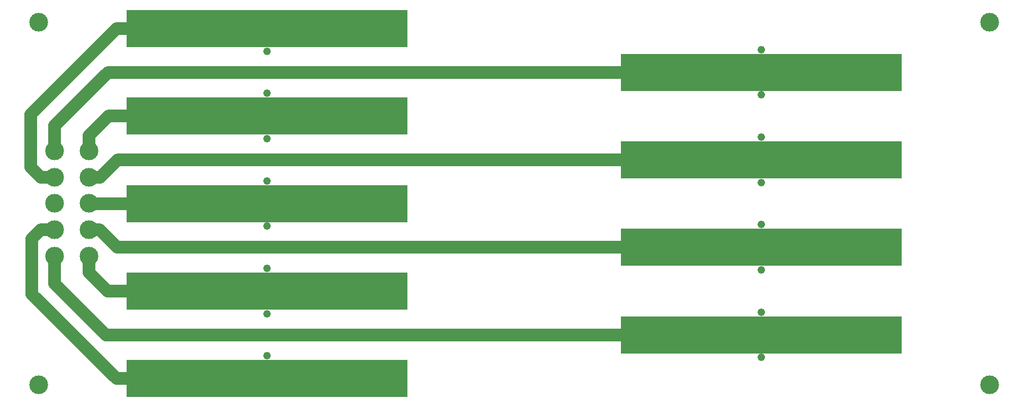
<source format=gbr>
G04 Created by GerbView by Software Companions*
%FSLAX24Y24*%
%MOIN*%
%ADD10C,0.0010*%
%ADD11C,0.1181*%
%ADD12R,1.7716X0.2362*%
%ADD13C,0.0787*%
%ADD14C,0.0709*%
%ADD15C,0.1180*%
%ADD16C,0.0490*%
%LNEXPORT*%
D02*
D10*
D11*
X2107Y8906D03*
D10*
D11*
X4273Y8906D03*
D10*
D11*
X4273Y10560D03*
D10*
D11*
X2107Y10560D03*
D10*
D11*
X4273Y12213D03*
D10*
D11*
X2107Y12213D03*
D10*
D11*
X4273Y13867D03*
D10*
D11*
X2107Y13867D03*
D10*
D11*
X4273Y15521D03*
D10*
D11*
X2107Y15521D03*
D10*
D12*
X15455Y6694D03*
D10*
D12*
X15455Y1183D03*
D10*
D12*
X15455Y12206D03*
D10*
D12*
X15455Y17718D03*
D10*
D12*
X15455Y23230D03*
D10*
D12*
X46558Y9450D03*
D10*
D12*
X46558Y3938D03*
D10*
D12*
X46558Y14962D03*
D10*
D12*
X46558Y20474D03*
D10*
D13*
X4273Y13867D02*
X4971Y13867D01*
X4971Y13867D02*
X6066Y14962D01*
X6066Y14962D02*
X39668Y14962D01*
X4273Y10560D02*
X4930Y10560D01*
X4930Y10560D02*
X6040Y9450D01*
X6040Y9450D02*
X39668Y9450D01*
X8566Y6694D02*
X5430Y6694D01*
X5430Y6694D02*
X4273Y7852D01*
X4273Y7852D02*
X4273Y8906D01*
X4273Y15521D02*
X4273Y16486D01*
X4273Y16486D02*
X5504Y17718D01*
X5504Y17718D02*
X8566Y17718D01*
X2107Y8906D02*
X2107Y7163D01*
X2107Y7163D02*
X5332Y3938D01*
X5332Y3938D02*
X17409Y3938D01*
X8566Y1183D02*
X5990Y1183D01*
X5990Y1183D02*
X668Y6505D01*
X668Y6505D02*
X668Y9983D01*
X668Y9983D02*
X1245Y10560D01*
X1245Y10560D02*
X2107Y10560D01*
X2107Y13867D02*
X1231Y13867D01*
X1231Y13867D02*
X590Y14508D01*
X590Y14508D02*
X590Y17809D01*
X590Y17809D02*
X6011Y23230D01*
X6011Y23230D02*
X8566Y23230D01*
X39668Y20474D02*
X5472Y20474D01*
X2107Y17109D02*
X2107Y15521D01*
X5472Y20474D02*
X2107Y17109D01*
X39668Y3938D02*
X17409Y3938D01*
X17409Y3938D02*
X17348Y3938D01*
X8566Y12206D02*
X4280Y12206D01*
X4280Y12206D02*
X4273Y12213D01*
D14*
X2108Y15520D03*
D13*
D14*
X2108Y13867D03*
D13*
D14*
X2108Y12213D03*
D13*
D14*
X2108Y10559D03*
D13*
D14*
X2108Y8906D03*
D13*
D14*
X4273Y15520D03*
D13*
D14*
X4273Y13867D03*
D13*
D14*
X4273Y12213D03*
D13*
D14*
X4273Y10559D03*
D13*
D14*
X4273Y8906D03*
D13*
D15*
X1086Y23623D03*
D13*
D15*
X1086Y788D03*
D13*
D15*
X8566Y23229D03*
D13*
D15*
X8566Y17718D03*
D13*
D15*
X8566Y12206D03*
D13*
D15*
X8566Y6694D03*
D13*
D15*
X8566Y1182D03*
D13*
D15*
X15456Y23229D03*
D13*
D15*
X15456Y17718D03*
D13*
D15*
X15456Y12206D03*
D13*
D15*
X15456Y6694D03*
D13*
D15*
X15456Y1182D03*
D13*
D15*
X22346Y23229D03*
D13*
D15*
X22346Y17718D03*
D13*
D15*
X22346Y12206D03*
D13*
D15*
X22346Y6694D03*
D13*
D15*
X22346Y1182D03*
D13*
D15*
X39668Y20473D03*
D13*
D15*
X39668Y14962D03*
D13*
D15*
X39668Y9450D03*
D13*
D15*
X39668Y3938D03*
D13*
D15*
X46558Y20473D03*
D13*
D15*
X46558Y14962D03*
D13*
D15*
X46558Y9450D03*
D13*
D15*
X46558Y3938D03*
D13*
D15*
X53448Y20473D03*
D13*
D15*
X53448Y14962D03*
D13*
D15*
X53448Y9450D03*
D13*
D15*
X53448Y3938D03*
D13*
D15*
X60928Y23623D03*
D13*
D15*
X60928Y788D03*
D13*
D16*
X15456Y21803D03*
D13*
D16*
X15456Y19145D03*
D13*
D16*
X15456Y16290D03*
D13*
D16*
X15456Y13633D03*
D13*
D16*
X15456Y10779D03*
D13*
D16*
X15456Y8121D03*
D13*
D16*
X15456Y5267D03*
D13*
D16*
X15456Y2609D03*
D13*
D16*
X46558Y21902D03*
D13*
D16*
X46558Y19046D03*
D13*
D16*
X46558Y16389D03*
D13*
D16*
X46558Y13534D03*
D13*
D16*
X46558Y10877D03*
D13*
D16*
X46558Y8023D03*
D13*
D16*
X46558Y5365D03*
D13*
D16*
X46558Y2511D03*
D13*
D13*
D02*
M02*

</source>
